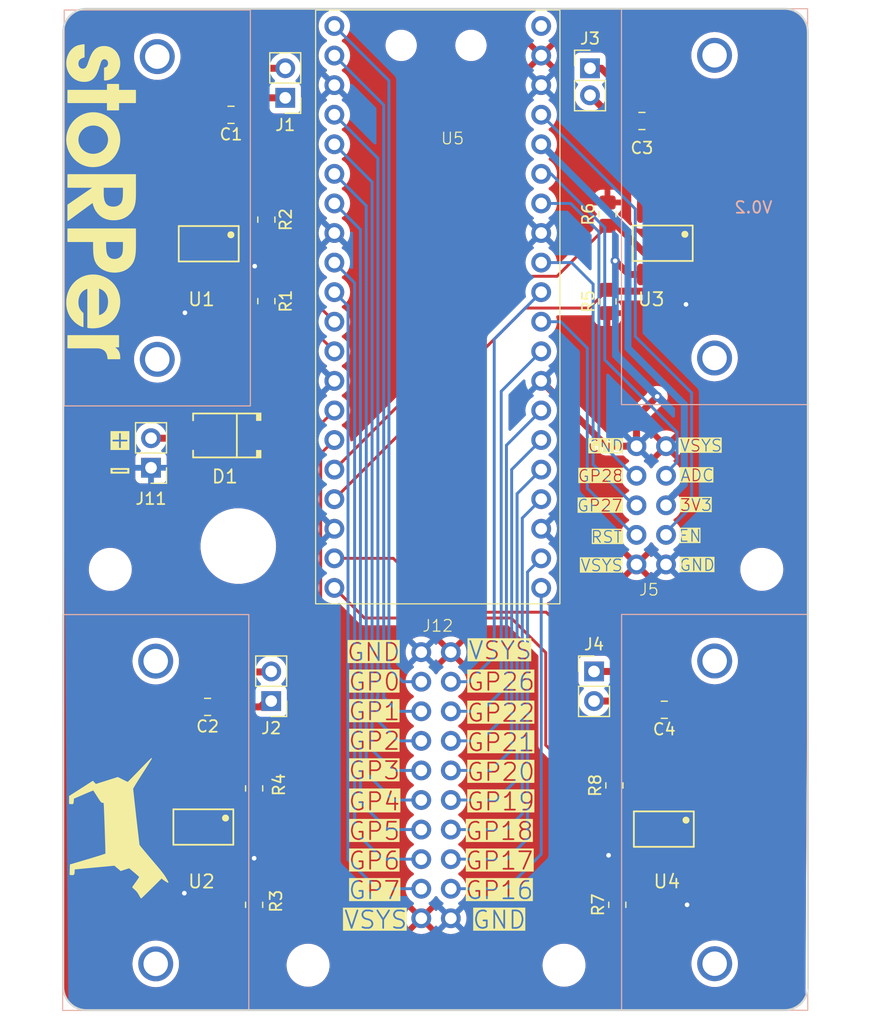
<source format=kicad_pcb>
(kicad_pcb (version 20221018) (generator pcbnew)
  (layers (0 "F.Cu" signal) (31 "B.Cu" signal) (34 "B.Paste" user) (35 "F.Paste" user) (36 "B.SilkS" user "B.Silkscreen") (37 "F.SilkS" user "F.Silkscreen") (38 "B.Mask" user) (39 "F.Mask" user) (44 "Edge.Cuts" user))
  (net 0 "")
  (net 1 "Net-(J1-Pin_1)")
  (net 2 "Net-(J1-Pin_2)")
  (net 3 "Net-(J2-Pin_1)")
  (net 4 "Net-(J2-Pin_2)")
  (net 5 "Net-(J3-Pin_1)")
  (net 6 "Net-(J3-Pin_2)")
  (net 7 "Net-(J4-Pin_1)")
  (net 8 "Net-(J4-Pin_2)")
  (net 9 "VBUS")
  (net 10 "/B1")
  (net 11 "/A1")
  (net 12 "/B2")
  (net 13 "/A2")
  (net 14 "/B3")
  (net 15 "/A3")
  (net 16 "/B4")
  (net 17 "/A4")
  (net 18 "GND")
  (net 19 "/ADC_Vref")
  (net 20 "/3V3")
  (net 21 "/3V3_en")
  (net 22 "/reset")
  (net 23 "/gp0")
  (net 24 "/gp1")
  (net 25 "/gp2")
  (net 26 "/gp3")
  (net 27 "/gp4")
  (net 28 "/gp5")
  (net 29 "/gp6")
  (net 30 "/gp7")
  (net 31 "/gp28")
  (net 32 "/gp27")
  (net 33 "/gp26")
  (net 34 "/gp22")
  (net 35 "/gp21")
  (net 36 "/gp20")
  (net 37 "/gp19")
  (net 38 "/gp18")
  (net 39 "/gp17")
  (net 40 "/gp16")
  (net 41 "VSS")
  (net 42 "+BATT")
  (footprint "MountingHole:MountingHole_2.2mm_M2" (layer "F.Cu") (at 207.962 63.0375)
    (fp_text reference "REF**" hide)
    (fp_text value "MountingHole_2.2mm_M2")
  )
  (footprint "Resistor_SMD:R_0805_2012Metric_Pad1.20x1.40mm_HandSolder" (layer "F.Cu") (at 195.325 126.85 90)
    (fp_text reference "R4")
    (fp_text value "10k")
  )
  (footprint "CDOG:stoRPer_breakout" (layer "F.Cu") (at 210.962 124.0375)
    (fp_text reference "J12")
    (fp_text value "Conn_02x10_Counter_Clockwise")
  )
  (footprint "Resistor_SMD:R_0805_2012Metric_Pad1.20x1.40mm_HandSolder" (layer "F.Cu") (at 226.292 126.5975 90)
    (fp_text reference "R8")
    (fp_text value "10k")
  )
  (footprint "Connector_PinHeader_2.54mm:PinHeader_1x02_P2.54mm_Vertical" (layer "F.Cu") (at 196.792 119.3475 180)
    (fp_text reference "J2")
    (fp_text value "Conn_01x02_Pin")
  )
  (footprint "MountingHole:MountingHole_3.2mm_M3" (layer "F.Cu") (at 221.962 142.0375)
    (fp_text reference "REF**" hide)
    (fp_text value "MountingHole_3.2mm_M3")
  )
  (footprint "MountingHole:MountingHole_3.2mm_M3" (layer "F.Cu") (at 199.962 142.0375)
    (fp_text reference "REF**" hide)
    (fp_text value "MountingHole_3.2mm_M3")
  )
  (footprint "Capacitor_SMD:C_0805_2012Metric_Pad1.18x1.45mm_HandSolder" (layer "F.Cu") (at 230.5795 120.0975 180)
    (fp_text reference "C4")
    (fp_text value "0.1uF")
  )
  (footprint "CDOG:N20_Clamp_Mount" (layer "F.Cu") (at 187 77 90)
    (fp_text reference "REF**" hide)
    (fp_text value "N20_Clamp_Mount")
  )
  (footprint "Capacitor_SMD:C_0805_2012Metric_Pad1.18x1.45mm_HandSolder" (layer "F.Cu") (at 228.6595 69.5295 180)
    (fp_text reference "C3")
    (fp_text value "0.1uF")
  )
  (footprint "MountingHole:MountingHole_4.3mm_M4" (layer "F.Cu") (at 193.962 106.0375)
    (fp_text reference "REF**" hide)
    (fp_text value "MountingHole_4.3mm_M4")
  )
  (footprint "Resistor_SMD:R_0805_2012Metric_Pad1.20x1.40mm_HandSolder" (layer "F.Cu") (at 225.697 77.5295 90)
    (fp_text reference "R6")
    (fp_text value "10k")
  )
  (footprint "MountingHole:MountingHole_3.2mm_M3" (layer "F.Cu") (at 182.962 108.0375)
    (fp_text reference "REF**" hide)
    (fp_text value "MountingHole_3.2mm_M3")
  )
  (footprint "CDOG:L9110S_SOP-8_L4.9-W3.9-P1.27-LS6.0-BL" (layer "F.Cu") (at 190.96 130.168 180)
    (fp_text reference "U2")
    (fp_text value "L9110_Motor_Driver" hide)
  )
  (footprint "Resistor_SMD:R_0805_2012Metric_Pad1.20x1.40mm_HandSolder" (layer "F.Cu") (at 195.325 136.85 90)
    (fp_text reference "R3")
    (fp_text value "10k")
  )
  (footprint "Connector_PinHeader_2.54mm:PinHeader_1x02_P2.54mm_Vertical" (layer "F.Cu") (at 198 67.54 180)
    (fp_text reference "J1")
    (fp_text value "Conn_01x02_Pin")
  )
  (footprint "Capacitor_SMD:C_0805_2012Metric_Pad1.18x1.45mm_HandSolder" (layer "F.Cu") (at 191.325 119.85 180)
    (fp_text reference "C2")
    (fp_text value "0.1uF")
  )
  (footprint "MountingHole:MountingHole_3.2mm_M3" (layer "F.Cu") (at 238.962 108.0375)
    (fp_text reference "REF**" hide)
    (fp_text value "MountingHole_3.2mm_M3")
  )
  (footprint "Resistor_SMD:R_0805_2012Metric_Pad1.20x1.40mm_HandSolder" (layer "F.Cu") (at 225.697 85.0295 90)
    (fp_text reference "R5")
    (fp_text value "10k")
  )
  (footprint "Connector_PinHeader_2.54mm:PinHeader_1x02_P2.54mm_Vertical" (layer "F.Cu") (at 224.542 116.8075)
    (fp_text reference "J4")
    (fp_text value "Conn_01x02_Pin")
  )
  (footprint "CDOG:Diode_Schottky_SMB(DO-214AA)" (layer "F.Cu") (at 192.823 96.5375 180)
    (fp_text reference "D1")
    (fp_text value "D" hide)
  )
  (footprint "MountingHole:MountingHole_2.2mm_M2" (layer "F.Cu") (at 213.962 63.0375)
    (fp_text reference "REF**" hide)
    (fp_text value "MountingHole_2.2mm_M2")
  )
  (footprint "CDOG:L9110S_SOP-8_L4.9-W3.9-P1.27-LS6.0-BL" (layer "F.Cu") (at 191.4215 80.0735 180)
    (fp_text reference "U1")
    (fp_text value "L9110_Motor_Driver" hide)
  )
  (footprint "CDOG:RP_Pico" (layer "F.Cu") (at 200.62 60)
    (fp_text reference "U5")
    (fp_text value "~")
  )
  (footprint "Resistor_SMD:R_0805_2012Metric_Pad1.20x1.40mm_HandSolder" (layer "F.Cu") (at 196.375 78 90)
    (fp_text reference "R2")
    (fp_text value "10k")
  )
  (footprint "CDOG:N20_Clamp_Mount" (layer "F.Cu") (at 186.865 128.92 90)
    (fp_text reference "REF**" hide)
    (fp_text value "N20_Clamp_Mount")
  )
  (footprint "CDOG:N20_Clamp_Mount" (layer "F.Cu") (at 234.912 128.9075 90)
    (fp_text reference "REF**" hide)
    (fp_text value "N20_Clamp_Mount")
  )
  (footprint "CDOG:L9110S_SOP-8_L4.9-W3.9-P1.27-LS6.0-BL" (layer "F.Cu") (at 230.447 80.0295 180)
    (fp_text reference "U3")
    (fp_text value "L9110_Motor_Driver" hide)
  )
  (footprint "Resistor_SMD:R_0805_2012Metric_Pad1.20x1.40mm_HandSolder" (layer "F.Cu") (at 196.375 85 90)
    (fp_text reference "R1")
    (fp_text value "10k")
  )
  (footprint "Resistor_SMD:R_0805_2012Metric_Pad1.20x1.40mm_HandSolder" (layer "F.Cu") (at 226.542 136.8475 90)
    (fp_text reference "R7")
    (fp_text value "10k")
  )
  (footprint "CDOG:L9110S_SOP-8_L4.9-W3.9-P1.27-LS6.0-BL" (layer "F.Cu") (at 230.542 130.3475 180)
    (fp_text reference "U4")
    (fp_text value "L9110_Motor_Driver" hide)
  )
  (footprint "CDOG:N20_Clamp_Mount" (layer "F.Cu") (at 234.902 76.8875 90)
    (fp_text reference "REF**" hide)
    (fp_text value "N20_Clamp_Mount")
  )
  (footprint "Connector_PinHeader_2.54mm:PinHeader_1x02_P2.54mm_Vertical" (layer "F.Cu") (at 186.462 99.3125 180)
    (fp_text reference "J11")
    (fp_text value "Conn_01x02_Pin")
  )
  (footprint "CDOG:StoRPer_small_breakout" (layer "F.Cu") (at 229.462 102.5375)
    (fp_text reference "J5")
    (fp_text value "Conn_02x05_Counter_Clockwise")
  )
  (footprint "Capacitor_SMD:C_0805_2012Metric_Pad1.18x1.45mm_HandSolder" (layer "F.Cu") (at 193.3375 69 180)
    (fp_text reference "C1")
    (fp_text value "0.1uF")
  )
  (footprint "Connector_PinHeader_2.54mm:PinHeader_1x02_P2.54mm_Vertical" (layer "F.Cu") (at 224.197 64.7795)
    (fp_text reference "J3")
    (fp_text value "Conn_01x02_Pin")
  )
  (gr_poly (pts (xy 183.768122 64.660077) (xy 183.762121 64.739971) (xy 183.752189 64.818991) (xy 183.738385 64.896977) (xy 183.720764 64.973768) (xy 183.699386 65.049203) (xy 183.674306 65.123121) (xy 183.645584 65.19536) (xy 183.613276 65.265761) (xy 183.577439 65.334162) (xy 183.538132 65.400403) (xy 183.495411 65.464322) (xy 183.449334 65.525758) (xy 183.399959 65.584552) (xy 183.347343 65.640541) (xy 183.291544 65.693564) (xy 183.247555 65.731826) (xy 183.203693 65.767227) (xy 183.159716 65.799845) (xy 183.115383 65.829763) (xy 183.070452 65.857061) (xy 183.024682 65.881818) (xy 182.977832 65.904117) (xy 182.92966 65.924036) (xy 182.879925 65.941656) (xy 182.828386 65.957058) (xy 182.7748 65.970323) (xy 182.718928 65.98153) (xy 182.660527 65.990761) (xy 182.599357 65.998095) (xy 182.535175 66.003613) (xy 182.467741 66.007396) (xy 182.467741 64.987449) (xy 182.509113 64.977523) (xy 182.547899 64.965414) (xy 182.566319 64.958547) (xy 182.584089 64.951144) (xy 182.601205 64.943205) (xy 182.617669 64.934736) (xy 182.633477 64.925737) (xy 182.648629 64.916213) (xy 182.663122 64.906166) (xy 182.676957 64.895599) (xy 182.69013 64.884515) (xy 182.702641 64.872916) (xy 182.714489 64.860806) (xy 182.725671 64.848188) (xy 182.736187 64.835063) (xy 182.746034 64.821436) (xy 182.755213 64.807309) (xy 182.76372 64.792685) (xy 182.771555 64.777567) (xy 182.778716 64.761957) (xy 182.785202 64.745859) (xy 182.791012 64.729275) (xy 182.796143 64.712209) (xy 182.800595 64.694663) (xy 182.804366 64.67664) (xy 182.807454 64.658143) (xy 182.809859 64.639174) (xy 182.811578 64.619738) (xy 182.812956 64.579471) (xy 182.812499 64.558305) (xy 182.811143 64.537482) (xy 182.808909 64.517025) (xy 182.805815 64.496953) (xy 182.801882 64.47729) (xy 182.79713 64.458056) (xy 182.791579 64.439274) (xy 182.78525 64.420964) (xy 182.778162 64.403148) (xy 182.770336 64.385848) (xy 182.761791 64.369085) (xy 182.752549 64.352881) (xy 182.742628 64.337257) (xy 182.732049 64.322235) (xy 182.720833 64.307837) (xy 182.708998 64.294084) (xy 182.696566 64.280997) (xy 182.683557 64.268598) (xy 182.66999 64.25691) (xy 182.655886 64.245952) (xy 182.641265 64.235747) (xy 182.626147 64.226316) (xy 182.610551 64.217682) (xy 182.594499 64.209864) (xy 182.578011 64.202886) (xy 182.561105 64.196768) (xy 182.543803 64.191533) (xy 182.526125 64.187201) (xy 182.508091 64.183794) (xy 182.48972 64.181334) (xy 182.471033 64.179842) (xy 182.452051 64.179339) (xy 182.439639 64.179568) (xy 182.427412 64.180251) (xy 182.415373 64.181382) (xy 182.403521 64.182956) (xy 182.391859 64.184966) (xy 182.380388 64.187407) (xy 182.36911 64.190274) (xy 182.358026 64.19356) (xy 182.347137 64.197259) (xy 182.336444 64.201367) (xy 182.32595 64.205877) (xy 182.315656 64.210783) (xy 182.305563 64.216081) (xy 182.295672 64.221763) (xy 182.285986 64.227824) (xy 182.276505 64.234259) (xy 182.26723 64.241062) (xy 182.258164 64.248227) (xy 182.240663 64.263619) (xy 182.224012 64.280391) (xy 182.208223 64.298496) (xy 182.193307 64.317887) (xy 182.179275 64.338521) (xy 182.16614 64.360349) (xy 182.153913 64.383327) (xy 182.124613 64.449036) (xy 182.111296 64.483178) (xy 182.096049 64.526514) (xy 182.051303 64.665776) (xy 181.973459 64.916839) (xy 181.922465 65.075217) (xy 181.869287 65.221045) (xy 181.813582 65.354645) (xy 181.755003 65.476338) (xy 181.724528 65.532821) (xy 181.693206 65.586447) (xy 181.660993 65.637257) (xy 181.627846 65.685292) (xy 181.593723 65.730592) (xy 181.558579 65.773197) (xy 181.522373 65.813147) (xy 181.48506 65.850482) (xy 181.446598 65.885243) (xy 181.406943 65.91747) (xy 181.366054 65.947203) (xy 181.323885 65.974482) (xy 181.280395 65.999347) (xy 181.23554 66.02184) (xy 181.189277 66.041999) (xy 181.141564 66.059865) (xy 181.092356 66.075479) (xy 181.041611 66.088881) (xy 180.989286 66.10011) (xy 180.935337 66.109208) (xy 180.879722 66.116213) (xy 180.822398 66.121168) (xy 180.763321 66.124111) (xy 180.702448 66.125083) (xy 180.625023 66.123098) (xy 180.548743 66.117205) (xy 180.473692 66.107493) (xy 180.399957 66.094053) (xy 180.327624 66.076975) (xy 180.25678 66.056351) (xy 180.18751 66.03227) (xy 180.119901 66.004823) (xy 180.054038 65.9741) (xy 179.990009 65.940193) (xy 179.927899 65.903191) (xy 179.867795 65.863186) (xy 179.809782 65.820267) (xy 179.753947 65.774525) (xy 179.700377 65.72605) (xy 179.649156 65.674934) (xy 179.600372 65.621266) (xy 179.554111 65.565138) (xy 179.510459 65.506639) (xy 179.469501 65.44586) (xy 179.431325 65.382892) (xy 179.396016 65.317825) (xy 179.363661 65.250749) (xy 179.334346 65.181756) (xy 179.308157 65.110935) (xy 179.28518 65.038378) (xy 179.265502 64.964174) (xy 179.249208 64.888414) (xy 179.236385 64.81119) (xy 179.227119 64.73259) (xy 179.221496 64.652706) (xy 179.219602 64.571628) (xy 179.222249 64.473477) (xy 179.230114 64.376327) (xy 179.243082 64.28044) (xy 179.261038 64.186083) (xy 179.283866 64.093518) (xy 179.311453 64.00301) (xy 179.343683 63.914824) (xy 179.38044 63.829224) (xy 179.421611 63.746474) (xy 179.467081 63.666838) (xy 179.516733 63.590581) (xy 179.570455 63.517968) (xy 179.628129 63.449262) (xy 179.689642 63.384728) (xy 179.754879 63.32463) (xy 179.823724 63.269233) (xy 179.866434 63.238046) (xy 179.90943 63.209134) (xy 179.953001 63.182383) (xy 179.997434 63.157677) (xy 180.043017 63.134902) (xy 180.090035 63.113943) (xy 180.138778 63.094684) (xy 180.189532 63.077012) (xy 180.242584 63.060811) (xy 180.298223 63.045966) (xy 180.356734 63.032362) (xy 180.418407 63.019885) (xy 180.483527 63.008419) (xy 180.552382 62.99785) (xy 180.702448 62.978942) (xy 180.702448 64.030265) (xy 180.635776 64.050232) (xy 180.573988 64.071946) (xy 180.517005 64.095499) (xy 180.49029 64.107994) (xy 180.464745 64.120982) (xy 180.440362 64.134477) (xy 180.417129 64.148489) (xy 180.395036 64.163029) (xy 180.374075 64.178109) (xy 180.354234 64.193741) (xy 180.335503 64.209937) (xy 180.317873 64.226707) (xy 180.301333 64.244063) (xy 180.285874 64.262016) (xy 180.271484 64.280579) (xy 180.258156 64.299762) (xy 180.245877 64.319578) (xy 180.234638 64.340037) (xy 180.224429 64.361151) (xy 180.215241 64.382931) (xy 180.207062 64.40539) (xy 180.199883 64.428538) (xy 180.193694 64.452388) (xy 180.188485 64.47695) (xy 180.184245 64.502236) (xy 180.180965 64.528257) (xy 180.178635 64.555026) (xy 180.176782 64.61085) (xy 180.177307 64.636361) (xy 180.178868 64.66139) (xy 180.181443 64.685916) (xy 180.185011 64.709918) (xy 180.18955 64.733374) (xy 180.195039 64.756263) (xy 180.201455 64.778563) (xy 180.208779 64.800252) (xy 180.216987 64.821309) (xy 180.226058 64.841712) (xy 180.235971 64.86144) (xy 180.246705 64.880471) (xy 180.258237 64.898784) (xy 180.270547 64.916358) (xy 180.283612 64.933169) (xy 180.297412 64.949198) (xy 180.311924 64.964423) (xy 180.327126 64.978821) (xy 180.342999 64.992372) (xy 180.359519 65.005053) (xy 180.376666 65.016844) (xy 180.394417 65.027723) (xy 180.412752 65.037668) (xy 180.431648 65.046657) (xy 180.451084 65.05467) (xy 180.47104 65.061684) (xy 180.491492 65.067678) (xy 180.512419 65.072631) (xy 180.533801 65.076521) (xy 180.555615 65.079326) (xy 180.57784 65.081024) (xy 180.600454 65.081595) (xy 180.613624 65.081389) (xy 180.626654 65.080772) (xy 180.63954 65.079747) (xy 180.652279 65.078316) (xy 180.664869 65.076483) (xy 180.677306 65.074251) (xy 180.689589 65.071623) (xy 180.701713 65.068601) (xy 180.713677 65.065188) (xy 180.725476 65.061387) (xy 180.737109 65.057201) (xy 180.748573 65.052633) (xy 180.759864 65.047686) (xy 180.77098 65.042362) (xy 180.781918 65.036665) (xy 180.792674 65.030597) (xy 180.803247 65.024162) (xy 180.813633 65.017361) (xy 180.82383 65.010199) (xy 180.833834 65.002677) (xy 180.843642 64.994799) (xy 180.853253 64.986568) (xy 180.862662 64.977986) (xy 180.871867 64.969057) (xy 180.889655 64.950167) (xy 180.906591 64.92992) (xy 180.922655 64.908341) (xy 180.937822 64.885451) (xy 180.962064 64.846744) (xy 180.98318 64.809691) (xy 181.003192 64.769329) (xy 181.024125 64.720692) (xy 181.047999 64.658815) (xy 181.076839 64.578733) (xy 181.157503 64.344096) (xy 181.21281 64.187011) (xy 181.27007 64.042143) (xy 181.329584 63.909204) (xy 181.391648 63.787907) (xy 181.423731 63.731535) (xy 181.456563 63.677965) (xy 181.490183 63.627163) (xy 181.524627 63.579091) (xy 181.559934 63.533714) (xy 181.596139 63.490997) (xy 181.633282 63.450902) (xy 181.671398 63.413395) (xy 181.710526 63.37844) (xy 181.750702 63.346) (xy 181.791964 63.316039) (xy 181.83435 63.288522) (xy 181.877897 63.263413) (xy 181.922642 63.240676) (xy 181.968622 63.220275) (xy 182.015875 63.202173) (xy 182.064438 63.186336) (xy 182.114349 63.172727) (xy 182.165645 63.16131) (xy 182.218363 63.152049) (xy 182.27254 63.144909) (xy 182.328215 63.139853) (xy 182.385424 63.136846) (xy 182.444204 63.135852) (xy 182.513585 63.137677) (xy 182.581924 63.1431) (xy 182.649146 63.15204) (xy 182.715173 63.164415) (xy 182.779931 63.180147) (xy 182.843343 63.199155) (xy 182.905333 63.221357) (xy 182.965824 63.246674) (xy 183.02474 63.275024) (xy 183.082006 63.306329) (xy 183.137545 63.340507) (xy 183.191282 63.377477) (xy 183.243139 63.41716) (xy 183.293041 63.459475) (xy 183.340911 63.504341) (xy 183.386675 63.551678) (xy 183.430254 63.601405) (xy 183.471574 63.653443) (xy 183.510558 63.70771) (xy 183.547129 63.764126) (xy 183.581213 63.822611) (xy 183.612732 63.883084) (xy 183.641611 63.945465) (xy 183.667773 64.009674) (xy 183.691142 64.075629) (xy 183.711643 64.143251) (xy 183.729198 64.212458) (xy 183.743733 64.283172) (xy 183.75517 64.35531) (xy 183.763433 64.428793) (xy 183.768447 64.50354) (xy 183.770136 64.579471)) (stroke (width 0.091941)) (fill solid) (layer "F.SilkS"))
  (gr_poly (pts (xy 185.118759 80.377968) (xy 185.116183 80.508221) (xy 185.111791 80.630728) (xy 185.105502 80.745938) (xy 185.097237 80.854298) (xy 185.086915 80.956256) (xy 185.074455 81.052261) (xy 185.059777 81.142761) (xy 185.0428 81.228204) (xy 185.023445 81.309039) (xy 185.00163 81.385713) (xy 184.977274 81.458675) (xy 184.950299 81.528373) (xy 184.920623 81.595255) (xy 184.888165 81.65977) (xy 184.852846 81.722365) (xy 184.792654 81.813925) (xy 184.726946 81.900244) (xy 184.655905 81.98123) (xy 184.579716 82.056791) (xy 184.498561 82.126836) (xy 184.412626 82.191272) (xy 184.322093 82.250008) (xy 184.227147 82.302952) (xy 184.127972 82.350011) (xy 184.024751 82.391094) (xy 183.917669 82.426109) (xy 183.806909 82.454964) (xy 183.692656 82.477566) (xy 183.575092 82.493825) (xy 183.454402 82.503647) (xy 183.33077 82.506942) (xy 183.206788 82.503567) (xy 183.085115 82.493549) (xy 182.96604 82.477049) (xy 182.84985 82.454229) (xy 182.736832 82.425248) (xy 182.627273 82.390268) (xy 182.52146 82.349449) (xy 182.419682 82.302953) (xy 182.322225 82.250941) (xy 182.229377 82.193573) (xy 182.184771 82.162931) (xy 182.141424 82.13101) (xy 182.099374 82.097831) (xy 182.058655 82.063413) (xy 182.019304 82.027778) (xy 181.981357 81.990944) (xy 181.944849 81.952932) (xy 181.909816 81.913762) (xy 181.876295 81.873454) (xy 181.844321 81.832029) (xy 181.81393 81.789506) (xy 181.785158 81.745906) (xy 181.749928 81.684852) (xy 181.71772 81.621936) (xy 181.688432 81.556584) (xy 181.661959 81.488221) (xy 181.638198 81.416272) (xy 181.617045 81.340163) (xy 181.598398 81.259319) (xy 181.582153 81.173165) (xy 181.568206 81.081127) (xy 181.556455 80.98263) (xy 181.546795 80.877099) (xy 181.539123 80.76396) (xy 181.529331 80.51256) (xy 181.526251 80.22383) (xy 181.526251 79.878619) (xy 179.321596 79.878619) (xy 179.321596 78.803752) (xy 184.09181 78.803749) (xy 184.09181 79.878619) (xy 182.554044 79.878619) (xy 182.554044 80.192451) (xy 182.554594 80.270328) (xy 182.556236 80.345091) (xy 182.558958 80.41675) (xy 182.562749 80.485318) (xy 182.567597 80.550806) (xy 182.573491 80.613225) (xy 182.580419 80.672587) (xy 182.58837 80.728904) (xy 182.597333 80.782186) (xy 182.607295 80.832446) (xy 182.618246 80.879695) (xy 182.630174 80.923944) (xy 182.643066 80.965205) (xy 182.656913 81.003489) (xy 182.671702 81.038808) (xy 182.687422 81.071174) (xy 182.712054 81.112634) (xy 182.738847 81.15167) (xy 182.767755 81.188245) (xy 182.798732 81.222327) (xy 182.831732 81.253881) (xy 182.866708 81.282871) (xy 182.903615 81.309264) (xy 182.942407 81.333026) (xy 182.983038 81.35412) (xy 183.025461 81.372515) (xy 183.069632 81.388173) (xy 183.115504 81.401062) (xy 183.16303 81.411147) (xy 183.212166 81.418393) (xy 183.262865 81.422766) (xy 183.31508 81.424232) (xy 183.348659 81.423682) (xy 183.381714 81.42204) (xy 183.414225 81.419318) (xy 183.446175 81.415528) (xy 183.477545 81.41068) (xy 183.508315 81.404786) (xy 183.538468 81.397858) (xy 183.567984 81.389907) (xy 183.596845 81.380944) (xy 183.625032 81.370982) (xy 183.652527 81.360031) (xy 183.679311 81.348103) (xy 183.705365 81.33521) (xy 183.730671 81.321364) (xy 183.755209 81.306574) (xy 183.778962 81.290854) (xy 183.80191 81.274214) (xy 183.824035 81.256667) (xy 183.845318 81.238223) (xy 183.86574 81.218894) (xy 183.885284 81.198691) (xy 183.903929 81.177627) (xy 183.921658 81.155712) (xy 183.938451 81.132958) (xy 183.954291 81.109377) (xy 183.969158 81.08498) (xy 183.983034 81.059778) (xy 183.9959 81.033783) (xy 184.007737 81.007006) (xy 184.018527 80.97946) (xy 184.028251 80.951155) (xy 184.03689 80.922103) (xy 184.050513 80.85995) (xy 184.062021 80.79559) (xy 184.071507 80.726818) (xy 184.079061 80.651425) (xy 184.084777 80.567206) (xy 184.088745 80.471954) (xy 184.091059 80.363462) (xy 184.09181 80.239524) (xy 184.09181 79.878619) (xy 184.09181 78.803749) (xy 185.1196 78.803748) (xy 185.1196 80.23952)) (stroke (width 0.091941)) (fill solid) (layer "F.SilkS"))
  (gr_poly (pts (xy 182.765882 89.944713) (xy 182.762689 89.886745) (xy 182.757528 89.830533) (xy 182.750411 89.776089) (xy 182.741348 89.723422) (xy 182.730348 89.672542) (xy 182.717422 89.62346) (xy 182.702579 89.576184) (xy 182.68583 89.530726) (xy 182.667184 89.487096) (xy 182.646653 89.445303) (xy 182.624245 89.405357) (xy 182.599971 89.367269) (xy 182.573841 89.331048) (xy 182.545865 89.296705) (xy 182.516053 89.26425) (xy 182.484415 89.233692) (xy 182.450961 89.205042) (xy 182.415701 89.178311) (xy 182.378646 89.153507) (xy 182.339805 89.13064) (xy 182.299188 89.109722) (xy 182.256806 89.090762) (xy 182.212668 89.07377) (xy 182.166785 89.058757) (xy 182.119166 89.045731) (xy 182.069822 89.034704) (xy 182.018763 89.025685) (xy 181.965998 89.018684) (xy 181.911538 89.013712) (xy 181.855394 89.010778) (xy 181.797573 89.009892) (xy 181.738088 89.011066) (xy 179.3216 89.011066) (xy 179.3216 87.967578) (xy 183.668142 87.967578) (xy 183.668142 88.924762) (xy 183.24447 88.924762) (xy 183.316314 88.975676) (xy 183.38194 89.025716) (xy 183.441567 89.075296) (xy 183.495412 89.12483) (xy 183.543696 89.174732) (xy 183.586635 89.225416) (xy 183.624448 89.277294) (xy 183.657354 89.330782) (xy 183.68557 89.386292) (xy 183.709316 89.444239) (xy 183.72881 89.505035) (xy 183.744269 89.569096) (xy 183.755913 89.636834) (xy 183.76396 89.708664) (xy 183.768628 89.784999) (xy 183.770136 89.866252) (xy 183.770136 89.944713)) (stroke (width 0.091941)) (fill solid) (layer "F.SilkS"))
  (gr_poly (pts (xy 183.767255 85.169302) (xy 183.758702 85.287503) (xy 183.74459 85.40346) (xy 183.725034 85.517062) (xy 183.700151 85.628199) (xy 183.670058 85.73676) (xy 183.634871 85.842635) (xy 183.594706 85.945712) (xy 183.549679 86.045882) (xy 183.499908 86.143034) (xy 183.445507 86.237056) (xy 183.386595 86.32784) (xy 183.323286 86.415273) (xy 183.255697 86.499245) (xy 183.183946 86.579646) (xy 183.108147 86.656365) (xy 183.028418 86.729291) (xy 182.944875 86.798314) (xy 182.857634 86.863323) (xy 182.766812 86.924207) (xy 182.672524 86.980857) (xy 182.574888 87.033161) (xy 182.474019 87.081008) (xy 182.370035 87.124289) (xy 182.263051 87.162892) (xy 182.153183 87.196707) (xy 182.040549 87.225623) (xy 181.925264 87.24953) (xy 181.807445 87.268316) (xy 181.687208 87.281872) (xy 181.56467 87.290087) (xy 181.439947 87.29285) (xy 181.383801 87.292451) (xy 181.332068 87.291133) (xy 181.283278 87.288711) (xy 181.235958 87.285002) (xy 181.188638 87.279822) (xy 181.139847 87.272987) (xy 181.088115 87.264314) (xy 181.031969 87.253619) (xy 181.031965 83.887797) (xy 180.935734 83.915156) (xy 180.889403 83.931656) (xy 180.844295 83.949996) (xy 180.800434 83.970146) (xy 180.757845 83.992076) (xy 180.716551 84.015756) (xy 180.676577 84.041156) (xy 180.600688 84.096993) (xy 180.530373 84.159347) (xy 180.465828 84.227976) (xy 180.407247 84.302639) (xy 180.354827 84.383094) (xy 180.308762 84.4691) (xy 180.269248 84.560416) (xy 180.23648 84.656801) (xy 180.210653 84.758012) (xy 180.191964 84.863809) (xy 180.180608 84.973951) (xy 180.176778 85.088195) (xy 180.178177 85.167125) (xy 180.182448 85.242275) (xy 180.189708 85.313907) (xy 180.200071 85.382287) (xy 180.213651 85.447679) (xy 180.230565 85.510348) (xy 180.250926 85.570556) (xy 180.274851 85.62857) (xy 180.302452 85.684653) (xy 180.333847 85.73907) (xy 180.369149 85.792084) (xy 180.408473 85.84396) (xy 180.451935 85.894963) (xy 180.499649 85.945357) (xy 180.55173 85.995406) (xy 180.608293 86.045375) (xy 180.608293 87.183009) (xy 180.567547 87.169306) (xy 180.527629 87.154661) (xy 180.488446 87.139049) (xy 180.449907 87.12245) (xy 180.411919 87.104839) (xy 180.374391 87.086193) (xy 180.337231 87.06649) (xy 180.300347 87.045707) (xy 180.263647 87.02382) (xy 180.227038 87.000808) (xy 180.19043 86.976646) (xy 180.15373 86.951311) (xy 180.116846 86.924782) (xy 180.079686 86.897035) (xy 180.004171 86.837794) (xy 179.908733 86.751264) (xy 179.819536 86.662262) (xy 179.736567 86.570708) (xy 179.659817 86.476523) (xy 179.589272 86.379626) (xy 179.524922 86.279935) (xy 179.466755 86.177372) (xy 179.41476 86.071855) (xy 179.368925 85.963303) (xy 179.329239 85.851637) (xy 179.29569 85.736777) (xy 179.268266 85.61864) (xy 179.246957 85.497148) (xy 179.23175 85.372219) (xy 179.222634 85.243774) (xy 179.219598 85.111732) (xy 179.222473 84.988322) (xy 179.231011 84.866792) (xy 179.245082 84.747277) (xy 179.264558 84.629909) (xy 179.289309 84.514822) (xy 179.319206 84.402151) (xy 179.35412 84.292028) (xy 179.393921 84.184587) (xy 179.43848 84.079962) (xy 179.487668 83.978286) (xy 179.541355 83.879693) (xy 179.599412 83.784316) (xy 179.66171 83.69229) (xy 179.72812 83.603747) (xy 179.798512 83.518822) (xy 179.872757 83.437648) (xy 179.950725 83.360358) (xy 180.032288 83.287087) (xy 180.117316 83.217967) (xy 180.20568 83.153132) (xy 180.29725 83.092717) (xy 180.391898 83.036854) (xy 180.489493 82.985677) (xy 180.589907 82.93932) (xy 180.69301 82.897917) (xy 180.798673 82.8616) (xy 180.906768 82.830504) (xy 181.017163 82.804763) (xy 181.129731 82.784509) (xy 181.244341 82.769876) (xy 181.360865 82.760999) (xy 181.479173 82.75801) (xy 181.598262 82.760952) (xy 181.715651 82.769689) (xy 181.831204 82.784082) (xy 181.944785 82.803997) (xy 181.949922 82.805163) (xy 181.949922 83.856414) (xy 181.949922 86.265056) (xy 182.051413 86.236663) (xy 182.14694 86.20157) (xy 182.236421 86.15988) (xy 182.278869 86.136594) (xy 182.319776 86.111697) (xy 182.359132 86.085202) (xy 182.396925 86.057123) (xy 182.433148 86.027473) (xy 182.467788 85.996263) (xy 182.500837 85.963508) (xy 182.532284 85.92922) (xy 182.562119 85.893413) (xy 182.590332 85.856098) (xy 182.616913 85.817289) (xy 182.641853 85.776999) (xy 182.66514 85.735241) (xy 182.686765 85.692027) (xy 182.724988 85.601286) (xy 182.756442 85.504879) (xy 182.781046 85.402909) (xy 182.79872 85.29548) (xy 182.809383 85.182695) (xy 182.812956 85.064658) (xy 182.812083 85.007127) (xy 182.809469 84.950757) (xy 182.80512 84.89556) (xy 182.799042 84.841545) (xy 182.791239 84.788727) (xy 182.781718 84.737114) (xy 182.770485 84.686721) (xy 182.757545 84.637556) (xy 182.742904 84.589633) (xy 182.726568 84.542963) (xy 182.708543 84.497557) (xy 182.688834 84.453427) (xy 182.667446 84.410583) (xy 182.644387 84.369039) (xy 182.619661 84.328805) (xy 182.593275 84.289892) (xy 182.565233 84.252312) (xy 182.535543 84.216077) (xy 182.504208 84.181199) (xy 182.471237 84.147688) (xy 182.436633 84.115556) (xy 182.400403 84.084814) (xy 182.362552 84.055475) (xy 182.323087 84.027549) (xy 182.282012 84.001049) (xy 182.239335 83.975985) (xy 182.195059 83.952369) (xy 182.149193 83.930213) (xy 182.10174 83.909528) (xy 182.052706 83.890325) (xy 182.002099 83.872617) (xy 181.949922 83.856414) (xy 181.949922 82.805163) (xy 182.056257 82.829295) (xy 182.165483 82.859842) (xy 182.272328 82.8955) (xy 182.376654 82.936133) (xy 182.478325 82.981605) (xy 182.577205 83.031778) (xy 182.673157 83.086518) (xy 182.766045 83.145686) (xy 182.855732 83.209146) (xy 182.942082 83.276763) (xy 183.024958 83.348399) (xy 183.104224 83.423919) (xy 183.179744 83.503185) (xy 183.25138 83.586061) (xy 183.318997 83.672411) (xy 183.382457 83.762098) (xy 183.441625 83.854986) (xy 183.496364 83.950938) (xy 183.546538 84.049818) (xy 183.592009 84.151489) (xy 183.632642 84.255815) (xy 183.6683 84.36266) (xy 183.698847 84.471886) (xy 183.724145 84.583358) (xy 183.74406 84.696938) (xy 183.758453 84.812491) (xy 183.767189 84.92988) (xy 183.770132 85.048968)) (stroke (width 0.091941)) (fill solid) (layer "F.SilkS"))
  (gr_poly (pts (xy 185.118292 75.958792) (xy 185.114256 76.094707) (xy 185.107346 76.222785) (xy 185.097414 76.343518) (xy 185.084311 76.457402) (xy 185.067885 76.564931) (xy 185.047989 76.666598) (xy 185.024472 76.762898) (xy 184.997186 76.854325) (xy 184.965981 76.941373) (xy 184.930708 77.024536) (xy 184.891216 77.10431) (xy 184.847358 77.181187) (xy 184.798983 77.255662) (xy 184.745942 77.328229) (xy 184.688085 77.399383) (xy 184.623003 77.472196) (xy 184.554324 77.540561) (xy 184.482128 77.604444) (xy 184.406496 77.66381) (xy 184.327508 77.718625) (xy 184.245244 77.768854) (xy 184.159786 77.814463) (xy 184.071213 77.855418) (xy 183.979606 77.891683) (xy 183.885045 77.923225) (xy 183.787611 77.950009) (xy 183.687385 77.972001) (xy 183.584446 77.989165) (xy 183.478875 78.001468) (xy 183.370753 78.008875) (xy 183.26016 78.011352) (xy 183.15277 78.009051) (xy 183.04831 78.002142) (xy 182.946769 77.990613) (xy 182.848136 77.974452) (xy 182.752399 77.953648) (xy 182.659547 77.92819) (xy 182.569568 77.898065) (xy 182.482451 77.863263) (xy 182.398184 77.823772) (xy 182.316756 77.779581) (xy 182.238155 77.730677) (xy 182.16237 77.67705) (xy 182.089388 77.618688) (xy 182.0192 77.555579) (xy 181.951793 77.487712) (xy 181.887155 77.415076) (xy 181.848694 77.368306) (xy 181.812635 77.321893) (xy 181.778806 77.275456) (xy 181.747034 77.228617) (xy 181.717147 77.180997) (xy 181.688972 77.132215) (xy 181.662337 77.081894) (xy 181.63707 77.029654) (xy 181.612999 76.975115) (xy 181.58995 76.917898) (xy 181.567752 76.857624) (xy 181.546231 76.793913) (xy 181.525217 76.726387) (xy 181.504536 76.654666) (xy 181.463484 76.497123) (xy 179.321596 78.066257) (xy 179.321596 76.740325) (xy 181.54194 75.218249) (xy 179.321596 75.218249) (xy 179.321596 74.143382) (xy 184.09181 74.143417) (xy 184.09181 75.218249) (xy 182.350053 75.218249) (xy 182.350053 75.743915) (xy 182.353199 75.894271) (xy 182.357152 75.965301) (xy 182.362711 76.033595) (xy 182.36989 76.099176) (xy 182.378705 76.162069) (xy 182.389169 76.222295) (xy 182.401296 76.279877) (xy 182.415101 76.33484) (xy 182.430599 76.387205) (xy 182.447803 76.436995) (xy 182.466728 76.484235) (xy 182.487389 76.528945) (xy 182.509799 76.571151) (xy 182.533974 76.610874) (xy 182.559927 76.648137) (xy 182.587673 76.682964) (xy 182.617226 76.715378) (xy 182.648601 76.745401) (xy 182.681811 76.773056) (xy 182.716873 76.798367) (xy 182.753798 76.821356) (xy 182.792603 76.842047) (xy 182.833302 76.860463) (xy 182.875908 76.876625) (xy 182.920436 76.890558) (xy 182.966901 76.902285) (xy 183.015317 76.911828) (xy 183.065698 76.91921) (xy 183.118059 76.924454) (xy 183.172414 76.927584) (xy 183.228777 76.928622) (xy 183.281086 76.927519) (xy 183.332074 76.924209) (xy 183.381706 76.918692) (xy 183.429947 76.910969) (xy 183.476762 76.901039) (xy 183.522119 76.888903) (xy 183.565981 76.87456) (xy 183.608314 76.85801) (xy 183.649085 76.839254) (xy 183.688258 76.818291) (xy 183.725799 76.795121) (xy 183.761674 76.769745) (xy 183.795847 76.742162) (xy 183.828286 76.712373) (xy 183.858955 76.680377) (xy 183.887819 76.646175) (xy 183.914676 76.612585) (xy 183.939384 76.576422) (xy 183.962 76.5375) (xy 183.982582 76.495636) (xy 184.001187 76.450646) (xy 184.017873 76.402346) (xy 184.032696 76.350552) (xy 184.045716 76.29508) (xy 184.056989 76.235746) (xy 184.066572 76.172368) (xy 184.074523 76.104759) (xy 184.080899 76.032738) (xy 184.085759 75.956119) (xy 184.089159 75.874719) (xy 184.09181 75.696841) (xy 184.09181 75.218249) (xy 184.09181 74.143417) (xy 185.119604 74.143424) (xy 185.119604 75.814544)) (stroke (width 0.091941)) (fill solid) (layer "F.SilkS"))
  (gr_poly (pts (xy 183.770128 71.122821) (xy 183.767185 71.244761) (xy 183.758446 71.364823) (xy 183.744043 71.482877) (xy 183.724111 71.598792) (xy 183.698783 71.712437) (xy 183.668193 71.823681) (xy 183.632474 71.932394) (xy 183.59176 72.038445) (xy 183.546185 72.141703) (xy 183.495881 72.242038) (xy 183.440984 72.339319) (xy 183.381626 72.433414) (xy 183.317941 72.524194) (xy 183.250062 72.611528) (xy 183.178124 72.695284) (xy 183.102259 72.775333) (xy 183.022602 72.851542) (xy 182.939286 72.923783) (xy 182.852444 72.991924) (xy 182.762211 73.055833) (xy 182.668719 73.115381) (xy 182.572103 73.170437) (xy 182.472496 73.22087) (xy 182.370031 73.26655) (xy 182.264842 73.307345) (xy 182.157064 73.343124) (xy 182.046829 73.373758) (xy 181.93427 73.399115) (xy 181.819523 73.419065) (xy 181.702719 73.433477) (xy 181.583994 73.44222) (xy 181.46348 73.445163) (xy 181.349358 73.442108) (xy 181.236582 73.433048) (xy 181.125299 73.418134) (xy 181.01566 73.397521) (xy 180.907814 73.371364) (xy 180.80191 73.339814) (xy 180.698097 73.303027) (xy 180.596526 73.261156) (xy 180.497345 73.214354) (xy 180.400704 73.162775) (xy 180.306753 73.106574) (xy 180.21564 73.045903) (xy 180.127515 72.980917) (xy 180.042528 72.911769) (xy 179.960828 72.838613) (xy 179.882564 72.761602) (xy 179.807886 72.680891) (xy 179.736943 72.596633) (xy 179.669884 72.508981) (xy 179.606859 72.41809) (xy 179.548018 72.324113) (xy 179.49351 72.227204) (xy 179.443484 72.127517) (xy 179.398089 72.025205) (xy 179.357476 71.920422) (xy 179.321792 71.813322) (xy 179.291189 71.704059) (xy 179.265815 71.592785) (xy 179.245819 71.479656) (xy 179.231352 71.364824) (xy 179.222562 71.248443) (xy 179.219598 71.130668) (xy 179.222563 71.012224) (xy 179.231359 70.895307) (xy 179.245845 70.780061) (xy 179.265876 70.666635) (xy 179.291309 70.555173) (xy 179.321999 70.445824) (xy 179.357804 70.338732) (xy 179.39858 70.234046) (xy 179.444182 70.131911) (xy 179.494468 70.032474) (xy 179.549293 69.935882) (xy 179.608514 69.84228) (xy 179.671988 69.751816) (xy 179.739571 69.664636) (xy 179.811118 69.580887) (xy 179.886487 69.500714) (xy 179.965533 69.424266) (xy 180.048114 69.351687) (xy 180.134084 69.283126) (xy 180.223302 69.218728) (xy 180.315623 69.158639) (xy 180.410902 69.103007) (xy 180.508998 69.051977) (xy 180.609766 69.005697) (xy 180.713062 68.964313) (xy 180.818743 68.927972) (xy 180.926665 68.896819) (xy 181.036684 68.871002) (xy 181.148658 68.850667) (xy 181.262441 68.83596) (xy 181.377891 68.827029) (xy 181.494863 68.82402) (xy 181.510561 68.824426) (xy 181.510561 69.875304) (xy 181.441157 69.876924) (xy 181.372752 69.881733) (xy 181.305424 69.889656) (xy 181.239253 69.900619) (xy 181.174317 69.914547) (xy 181.110696 69.931366) (xy 181.048468 69.951001) (xy 180.987713 69.973376) (xy 180.92851 69.998418) (xy 180.870937 70.026052) (xy 180.815073 70.056202) (xy 180.760999 70.088795) (xy 180.708791 70.123755) (xy 180.658531 70.161008) (xy 180.610296 70.200479) (xy 180.564165 70.242093) (xy 180.520219 70.285776) (xy 180.478534 70.331453) (xy 180.439192 70.37905) (xy 180.40227 70.428491) (xy 180.367848 70.479702) (xy 180.336005 70.532608) (xy 180.306819 70.587134) (xy 180.28037 70.643207) (xy 180.256737 70.70075) (xy 180.235999 70.75969) (xy 180.218234 70.819951) (xy 180.203522 70.88146) (xy 180.191942 70.94414) (xy 180.183573 71.007919) (xy 180.178493 71.07272) (xy 180.176782 71.138469) (xy 180.178493 71.202815) (xy 180.183569 71.266345) (xy 180.191929 71.328978) (xy 180.203492 71.390635) (xy 180.218174 71.451234) (xy 180.235896 71.510696) (xy 180.256573 71.568939) (xy 180.280126 71.625884) (xy 180.306471 71.68145) (xy 180.335527 71.735556) (xy 180.367212 71.788122) (xy 180.401444 71.839067) (xy 180.438141 71.888312) (xy 180.477222 71.935775) (xy 180.518604 71.981377) (xy 180.562205 72.025036) (xy 180.607944 72.066672) (xy 180.655739 72.106206) (xy 180.705508 72.143555) (xy 180.757169 72.178641) (xy 180.81064 72.211382) (xy 180.865839 72.241698) (xy 180.922684 72.269509) (xy 180.981094 72.294734) (xy 181.040987 72.317292) (xy 181.10228 72.337104) (xy 181.164892 72.354088) (xy 181.228741 72.368165) (xy 181.293744 72.379254) (xy 181.359821 72.387274) (xy 181.426889 72.392145) (xy 181.494867 72.393787) (xy 181.562845 72.392145) (xy 181.629913 72.387272) (xy 181.69599 72.379247) (xy 181.760994 72.36815) (xy 181.824842 72.354059) (xy 181.887454 72.337053) (xy 181.948747 72.31721) (xy 182.00864 72.294612) (xy 182.06705 72.269335) (xy 182.123895 72.24146) (xy 182.179094 72.211064) (xy 182.232565 72.178228) (xy 182.284226 72.14303) (xy 182.333995 72.10555) (xy 182.38179 72.065866) (xy 182.427529 72.024057) (xy 182.471131 71.980202) (xy 182.512513 71.93438) (xy 182.551593 71.886671) (xy 182.58829 71.837153) (xy 182.622522 71.785906) (xy 182.654207 71.733008) (xy 182.683263 71.678538) (xy 182.709608 71.622575) (xy 182.733161 71.565199) (xy 182.753838 71.506488) (xy 182.77156 71.446522) (xy 182.786242 71.385379) (xy 182.797805 71.323139) (xy 182.806165 71.25988) (xy 182.811241 71.195681) (xy 182.812952 71.130622) (xy 182.811242 71.066276) (xy 182.806169 71.002746) (xy 182.797818 70.940113) (xy 182.786273 70.878456) (xy 182.77162 70.817857) (xy 182.753942 70.758395) (xy 182.733325 70.700152) (xy 182.709854 70.643207) (xy 182.683613 70.587641) (xy 182.654687 70.533535) (xy 182.623161 70.480969) (xy 182.589119 70.430024) (xy 182.552646 70.380779) (xy 182.513828 70.333316) (xy 182.472748 70.287714) (xy 182.429492 70.244055) (xy 182.384144 70.202418) (xy 182.33679 70.162885) (xy 182.287513 70.125535) (xy 182.236398 70.09045) (xy 182.183531 70.057709) (xy 182.128997 70.027393) (xy 182.072879 69.999582) (xy 182.015262 69.974357) (xy 181.956232 69.951799) (xy 181.895873 69.931987) (xy 181.83427 69.915002) (xy 181.771508 69.900926) (xy 181.707671 69.889837) (xy 181.642845 69.881817) (xy 181.577113 69.876946) (xy 181.510561 69.875304) (xy 181.510561 68.824426) (xy 181.611146 68.827029) (xy 181.725993 68.835959) (xy 181.839257 68.85066) (xy 181.95079 68.870987) (xy 182.060444 68.896789) (xy 182.168071 68.92792) (xy 182.273523 68.964231) (xy 182.376652 69.005575) (xy 182.47731 69.051803) (xy 182.575349 69.102767) (xy 182.670622 69.15832) (xy 182.762979 69.218314) (xy 182.852274 69.2826) (xy 182.938357 69.35103) (xy 183.021082 69.423458) (xy 183.1003 69.499734) (xy 183.175864 69.57971) (xy 183.247625 69.663239) (xy 183.315435 69.750173) (xy 183.379147 69.840364) (xy 183.438612 69.933664) (xy 183.493682 70.029924) (xy 183.54421 70.128998) (xy 183.590047 70.230736) (xy 183.631046 70.334991) (xy 183.667059 70.441615) (xy 183.697937 70.55046) (xy 183.723532 70.661378) (xy 183.743698 70.774221) (xy 183.758285 70.888841) (xy 183.767145 71.005091) (xy 183.770132 71.122821)) (stroke (width 0.091941)) (fill solid) (layer "F.SilkS"))
  (gr_poly (pts (xy 183.668134 67.945296) (xy 183.668134 68.572955) (xy 182.718801 68.572955) (xy 182.718801 67.945296) (xy 179.321596 67.945296) (xy 179.321596 66.901813) (xy 182.718801 66.901813) (xy 182.718801 66.391841) (xy 183.668134 66.391841) (xy 183.668134 66.901813) (xy 185.119596 66.901813) (xy 185.119596 67.945296)) (stroke (width 0.091941)) (fill solid) (layer "F.SilkS"))
  (gr_poly (pts (xy 187.931143 134.927318) (xy 187.929322 134.928084) (xy 187.926828 134.928341) (xy 187.923679 134.928097) (xy 187.919892 134.927365) (xy 187.915484 134.926154) (xy 187.904876 134.922337) (xy 187.891996 134.916731) (xy 187.876984 134.909418) (xy 187.85998 134.900484) (xy 187.841124 134.890011) (xy 187.820555 134.878082) (xy 187.798414 134.864781) (xy 187.774841 134.850193) (xy 187.749976 134.834399) (xy 187.723959 134.817485) (xy 187.696929 134.799533) (xy 187.669027 134.780627) (xy 187.640393 134.76085) (xy 187.359635 134.565043) (xy 186.496902 135.418963) (xy 186.160104 135.750349) (xy 185.88073 136.021437) (xy 185.687882 136.204264) (xy 185.633 136.253842) (xy 185.610663 136.270868) (xy 185.609237 136.270512) (xy 185.607466 136.269457) (xy 185.605361 136.26772) (xy 185.602931 136.26532) (xy 185.597142 136.2586) (xy 185.590182 136.249441) (xy 185.582134 136.237984) (xy 185.573082 136.224374) (xy 185.563109 136.208753) (xy 185.552298 136.191264) (xy 185.528495 136.151257) (xy 185.502342 136.105497) (xy 185.474503 136.055128) (xy 185.445647 136.001296) (xy 185.425734 135.964241) (xy 185.406187 135.929192) (xy 185.386859 135.895961) (xy 185.367604 135.864361) (xy 185.348277 135.834206) (xy 185.328731 135.805309) (xy 185.30882 135.777482) (xy 185.288398 135.750539) (xy 185.267319 135.724292) (xy 185.245438 135.698555) (xy 185.222607 135.673141) (xy 185.198682 135.647863) (xy 185.173516 135.622533) (xy 185.146964 135.596965) (xy 185.118878 135.570973) (xy 185.089114 135.544368) (xy 185.045912 135.505968) (xy 185.005626 135.46945) (xy 184.969138 135.435663) (xy 184.937331 135.405455) (xy 184.911086 135.379674) (xy 184.891285 135.359169) (xy 184.87881 135.344788) (xy 184.875596 135.340159) (xy 184.874545 135.337379) (xy 184.876123 135.333422) (xy 184.880754 135.325314) (xy 184.898547 135.297542) (xy 184.92667 135.255854) (xy 184.963867 135.202043) (xy 185.008885 135.137899) (xy 185.060471 135.065214) (xy 185.178326 134.901381) (xy 185.239032 134.816665) (xy 185.295282 134.736298) (xy 185.34587 134.662135) (xy 185.389591 134.596032) (xy 185.425239 134.539842) (xy 185.451609 134.49542) (xy 185.467497 134.464621) (xy 185.471132 134.45491) (xy 185.471695 134.449299) (xy 185.467941 134.443971) (xy 185.45994 134.435032) (xy 185.44791 134.42269) (xy 185.432066 134.407151) (xy 185.389811 134.367313) (xy 185.334912 134.317174) (xy 185.269109 134.25839) (xy 185.194139 134.192617) (xy 185.11174 134.121511) (xy 185.023652 134.046728) (xy 184.585532 133.677897) (xy 184.222856 133.797811) (xy 183.860157 133.917695) (xy 183.592762 133.69013) (xy 183.325239 133.462527) (xy 181.705574 133.612127) (xy 180.530914 133.722165) (xy 179.981123 133.776673) (xy 179.876195 133.791665) (xy 179.867728 134.000008) (xy 179.865795 134.04416) (xy 179.86304 134.08367) (xy 179.85927 134.118753) (xy 179.85429 134.149622) (xy 179.851286 134.163543) (xy 179.847906 134.17649) (xy 179.844126 134.18849) (xy 179.839922 134.19957) (xy 179.83527 134.209757) (xy 179.830146 134.219076) (xy 179.824524 134.227555) (xy 179.818382 134.235221) (xy 179.811694 134.2421) (xy 179.804436 134.248218) (xy 179.796584 134.253603) (xy 179.788113 134.258281) (xy 179.779 134.262279) (xy 179.76922 134.265623) (xy 179.758749 134.26834) (xy 179.747562 134.270457) (xy 179.735636 134.272) (xy 179.722945 134.272996) (xy 179.695174 134.273454) (xy 179.664054 134.272044) (xy 179.629392 134.26898) (xy 179.490939 134.254248) (xy 179.503538 133.828354) (xy 179.516135 133.402445) (xy 181.036517 132.952693) (xy 181.627874 132.775164) (xy 182.114125 132.624272) (xy 182.444945 132.515978) (xy 182.536343 132.482792) (xy 182.570012 132.466242) (xy 182.556875 131.83726) (xy 182.513066 130.464595) (xy 182.462 129.0375) (xy 182.42709 128.245226) (xy 182.422392 128.189341) (xy 182.419998 128.16659) (xy 182.417335 128.146955) (xy 182.414223 128.130177) (xy 182.41048 128.115998) (xy 182.408315 128.109802) (xy 182.405926 128.104158) (xy 182.403289 128.099035) (xy 182.400381 128.094399) (xy 182.397181 128.090219) (xy 182.393666 128.086462) (xy 182.389812 128.083095) (xy 182.385598 128.080087) (xy 182.381002 128.077405) (xy 182.375999 128.075017) (xy 182.370569 128.07289) (xy 182.364688 128.070992) (xy 182.351485 128.067753) (xy 182.336208 128.065041) (xy 182.298716 128.060165) (xy 182.279182 128.057459) (xy 182.269995 128.055771) (xy 182.261103 128.05375) (xy 182.252437 128.051316) (xy 182.243929 128.048385) (xy 182.235509 128.044878) (xy 182.227109 128.040711) (xy 182.21866 128.035803) (xy 182.210092 128.030074) (xy 182.201338 128.02344) (xy 182.192328 128.01582) (xy 182.182993 128.007133) (xy 182.173265 127.997297) (xy 182.163074 127.98623) (xy 182.152352 127.97385) (xy 182.14103 127.960076) (xy 182.129039 127.944827) (xy 182.11631 127.92802) (xy 182.102775 127.909574) (xy 182.088364 127.889407) (xy 182.073008 127.867437) (xy 182.039189 127.817763) (xy 182.000766 127.759899) (xy 181.957189 127.693192) (xy 181.852366 127.530631) (xy 181.61468 127.162245) (xy 181.53951 127.047041) (xy 181.508502 127.001002) (xy 181.502594 127.00145) (xy 181.48833 127.005585) (xy 181.436466 127.024196) (xy 181.356363 127.055397) (xy 181.251475 127.097748) (xy 180.981165 127.210153) (xy 180.653168 127.349902) (xy 179.81052 127.712532) (xy 179.797919 127.875723) (xy 179.789253 127.977013) (xy 179.784873 128.018248) (xy 179.780107 128.053737) (xy 179.774687 128.083873) (xy 179.768348 128.109051) (xy 179.76475 128.119903) (xy 179.760823 128.129664) (xy 179.756532 128.138382) (xy 179.751844 128.146107) (xy 179.746726 128.152888) (xy 179.741146 128.158775) (xy 179.735068 128.163816) (xy 179.728461 128.168061) (xy 179.72129 128.17156) (xy 179.713523 128.17436) (xy 179.705126 128.176513) (xy 179.696066 128.178067) (xy 179.675822 128.179574) (xy 179.652524 128.179278) (xy 179.625908 128.177571) (xy 179.595705 128.174848) (xy 179.444651 128.160193) (xy 179.444651 127.840052) (xy 179.445028 127.519912) (xy 180.452006 126.87514) (xy 180.453364 126.875367) (xy 181.46034 126.230597) (xy 181.586365 126.365253) (xy 181.712474 126.499921) (xy 182.659865 126.200897) (xy 183.607359 125.901877) (xy 184.023487 126.111399) (xy 184.187005 126.192816) (xy 184.324651 126.259603) (xy 184.421958 126.304862) (xy 184.450962 126.317263) (xy 184.464454 126.321695) (xy 184.472139 126.316375) (xy 184.489842 126.300593) (xy 184.553181 126.239774) (xy 184.650239 126.143513) (xy 184.776786 126.016084) (xy 185.101414 125.684817) (xy 185.49321 125.280166) (xy 185.883816 124.878112) (xy 186.205156 124.553902) (xy 186.423969 124.340636) (xy 186.484533 124.28595) (xy 186.500785 124.273404) (xy 186.506991 124.271413) (xy 186.506692 124.274767) (xy 186.504273 124.281322) (xy 186.493282 124.303703) (xy 186.448173 124.383241) (xy 186.375048 124.504753) (xy 186.277287 124.662964) (xy 186.021388 125.06838) (xy 185.707531 125.557292) (xy 185.393085 126.049134) (xy 185.135291 126.462522) (xy 184.960768 126.754047) (xy 184.913053 126.840546) (xy 184.900538 126.866605) (xy 184.896138 126.8803) (xy 185.161263 129.267066) (xy 185.445244 131.703753) (xy 185.452018 131.716688) (xy 185.468885 131.741305) (xy 185.53082 131.823022) (xy 185.626881 131.943778) (xy 185.752903 132.098449) (xy 185.904721 132.281907) (xy 186.07817 132.489028) (xy 186.269083 132.714684) (xy 186.473295 132.95375) (xy 186.988554 133.558989) (xy 187.179413 133.7883) (xy 187.334093 133.979224) (xy 187.458849 134.139626) (xy 187.559933 134.27737) (xy 187.643596 134.400321) (xy 187.716092 134.516343) (xy 187.761497 134.593137) (xy 187.803424 134.665986) (xy 187.840985 134.733207) (xy 187.873295 134.793119) (xy 187.899466 134.844039) (xy 187.918611 134.884286) (xy 187.929842 134.912177) (xy 187.932213 134.920964) (xy 187.932273 134.926031)) (stroke (width 0.056404)) (fill solid) (layer "F.SilkS"))
  (gr_poly (pts (xy 241.0211 59.895939) (xy 241.122668 59.903663) (xy 241.22276 59.916382) (xy 241.321249 59.93397) (xy 241.418011 59.956302) (xy 241.512918 59.983253) (xy 241.605847 60.014697) (xy 241.69667 60.050507) (xy 241.785262 60.090559) (xy 241.871498 60.134726) (xy 241.955252 60.182884) (xy 242.036399 60.234906) (xy 242.114811 60.290666) (xy 242.190365 60.35004) (xy 242.262934 60.412901) (xy 242.332393 60.479124) (xy 242.398616 60.548583) (xy 242.461477 60.621152) (xy 242.520851 60.696705) (xy 242.576611 60.775118) (xy 242.628633 60.856265) (xy 242.676791 60.940019) (xy 242.720958 61.026255) (xy 242.76101 61.114847) (xy 242.79682 61.20567) (xy 242.828264 61.298598) (xy 242.855215 61.393506) (xy 242.877547 61.490267) (xy 242.895135 61.588757) (xy 242.907854 61.688849) (xy 242.915578 61.790417) (xy 242.91818 61.893337) (xy 242.91818 143.893329) (xy 242.915578 143.996249) (xy 242.907854 144.097818) (xy 242.895135 144.197909) (xy 242.877547 144.296399) (xy 242.855215 144.39316) (xy 242.828264 144.488068) (xy 242.79682 144.580996) (xy 242.76101 144.671819) (xy 242.720958 144.760412) (xy 242.676791 144.846648) (xy 242.628633 144.930402) (xy 242.576611 145.011548) (xy 242.520851 145.089961) (xy 242.461477 145.165515) (xy 242.398616 145.238084) (xy 242.332393 145.307543) (xy 242.262934 145.373765) (xy 242.190365 145.436626) (xy 242.114811 145.496) (xy 242.036399 145.551761) (xy 241.955252 145.603782) (xy 241.871498 145.65194) (xy 241.785262 145.696107) (xy 241.69667 145.736159) (xy 241.605847 145.77197) (xy 241.512918 145.803413) (xy 241.418011 145.830364) (xy 241.321249 145.852696) (xy 241.22276 145.870285) (xy 241.122668 145.883004) (xy 241.0211 145.890727) (xy 240.91818 145.893329) (xy 180.91818 145.893329) (xy 180.81526 145.890727) (xy 180.713692 145.883004) (xy 180.6136 145.870285) (xy 180.515111 145.852696) (xy 180.418349 145.830364) (xy 180.323442 145.803413) (xy 180.230513 145.77197) (xy 180.13969 145.736159) (xy 180.051098 145.696107) (xy 179.964862 145.65194) (xy 179.881108 145.603782) (xy 179.799961 145.551761) (xy 179.721548 145.496) (xy 179.645995 145.436626) (xy 179.573426 145.373765) (xy 179.503967 145.307543) (xy 179.437744 145.238084) (xy 179.374883 145.165515) (xy 179.315509 145.089961) (xy 179.259749 145.011548) (xy 179.207727 144.930402) (xy 179.159569 144.846648) (xy 179.115402 144.760412) (xy 179.07535 144.671819) (xy 179.03954 144.580996) (xy 179.008096 144.488068) (xy 178.981145 144.39316) (xy 178.958813 144.296399) (xy 178.941225 144.197909) (xy 178.928506 144.097818) (xy 178.920782 143.996249) (xy 178.91818 143.893329) (xy 178.91818 61.893337) (xy 178.920782 61.790417) (xy 178.928506 61.688849) (xy 178.941225 61.588757) (xy 178.958813 61.490267) (xy 178.981145 61.393506) (xy 179.008096 61.298598) (xy 179.03954 61.20567) (xy 179.07535 61.114847) (xy 179.115402 61.026255) (xy 179.159569 60.940019) (xy 179.207727 60.856265) (xy 179.259749 60.775118) (xy 179.315509 60.696705) (xy 179.374883 60.621152) (xy 179.437744 60.548583) (xy 179.503967 60.479124) (xy 179.573426 60.412901) (xy 179.645995 60.35004) (xy 179.721548 60.290666) (xy 179.799961 60.234906) (xy 179.881108 60.182884) (xy 179.964862 60.134726) (xy 180.051098 60.090559) (xy 180.13969 60.050507) (xy 180.230513 60.014697) (xy 180.323442 59.983253) (xy 180.418349 59.956302) (xy 180.515111 59.93397) (xy 180.6136 59.916382) (xy 180.713692 59.903663) (xy 180.81526 59.895939) (xy 180.91818 59.893337) (xy 240.91818 59.893337)) (stroke (width 0.172006)) (fill none) (layer "Edge.Cuts"))
  (gr_text "V0.2" (at 239.962 77.5375) (layer "B.SilkS") (effects (font (size 1 1)) (justify left bottom mirror)))
  (gr_text "+" (at 182.762 97.7375) (layer "F.SilkS" knockout) (effects (font (size 1.5 1.5)) (justify left bottom)))
  (gr_text "-" (at 182.762 100.3375) (layer "F.SilkS" knockout) (effects (font (size 1.5 1.5)) (justify left bottom)))
  (segment (start 193.3265 77.3915) (end 193.3265 77.944) (width 0.25) (layer "F.Cu") (net 1))
  (segment (start 194.375 68.8) (end 195.635 67.54) (width 0.6) (layer "F.Cu") (net 1))
  (segment (start 195.635 67.54) (end 198 67.54) (width 0.6) (layer "F.Cu") (net 1))
  (segment (start 193.3265 77.3915) (end 193.3265 78.294) (width 0.6) (layer "F.Cu") (net 1))
  (segment (start 194.375 69) (end 194.375 68.8) (width 0.6) (layer "F.Cu") (net 1))
  (segment (start 193.3265 70.0485) (end 193.3265 77.3915) (width 0.6) (layer "F.Cu") (net 1))
  (segment (start 194.375 69) (end 193.3265 70.0485) (width 0.6) (layer "F.Cu") (net 1))
  (segment (start 189.5165 77.3915) (end 189.5165 77.5335) (width 0.25) (layer "F.Cu") (net 2))
  (segment (start 196.3 65) (end 198 65) (width 0.6) (layer "F.Cu") (net 2))
  (segment (start 189.5165 71.7835) (end 189.5165 77.3915) (width 0.6) (layer "F.Cu") (net 2))
  (segment (start 192.3 69) (end 189.5165 71.7835) (width 0.6) (layer "F.Cu") (net 2))
  (segment (start 192.3 69) (end 196.3 65) (width 0.6) (layer "F.Cu") (net 2))
  (segment (start 192.3625 119.85) (end 195.865 119.85) (width 0.6) (layer "F.Cu") (net 3))
  (segment (start 195.865 119.85) (end 196.325 119.39) (width 0.6) (layer "F.Cu") (net 3))
  (segment (start 192.865 120.3525) (end 192.865 127.486) (width 0.6) (layer "F.Cu") (net 3))
  (segment (start 192.3625 119.85) (end 192.865 120.3525) (width 0.6) (layer "F.Cu") (net 3))
  (segment (start 190.2875 119.85) (end 190.2875 118.6975) (width 0.6) (layer "F.Cu") (net 4))
  (segment (start 189.055 127.486) (end 189.055 121.0825) (width 0.6) (layer "F.Cu") (net 4))
  (segment (start 190.2875 118.6975) (end 192.135 116.85) (width 0.6) (layer "F.Cu") (net 4))
  (segment (start 192.135 116.85) (end 196.325 116.85) (width 0.6) (layer "F.Cu") (net 4))
  (segment (start 189.055 121.0825) (end 190.2875 119.85) (width 0.6) (layer "F.Cu") (net 4))
  (segment (start 232.352 72.1845) (end 229.697 69.5295) (width 0.6) (layer "F.Cu") (net 5))
  (segment (start 225.1675 65) (end 229.697 69.5295) (width 0.6) (layer "F.Cu") (net 5))
  (segment (start 232.352 77.3475) (end 232.352 72.1845) (width 0.6) (layer "F.Cu") (net 5))
  (segment (start 224.197 65) (end 225.1675 65) (width 0.6) (layer "F.Cu") (net 5))
  (segment (start 228.542 70.4495) (end 227.622 69.5295) (width 0.6) (layer "F.Cu") (net 6))
  (segment (start 228.542 77.3475) (end 228.542 70.4495) (width 0.6) (layer "F.Cu") (net 6))
  (segment (start 226.407 69.5295) (end 224.197 67.3195) (width 0.6) (layer "F.Cu") (net 6))
  (segment (start 227.622 69.5295) (end 226.407 69.5295) (width 0.6) (layer "F.Cu") (net 6))
  (segment (start 228.327 116.8075) (end 231.617 120.0975) (width 0.6) (layer "F.Cu") (net 7))
  (segment (start 224.542 116.8075) (end 228.327 116.8075) (width 0.6) (layer "F.Cu") (net 7))
  (segment (start 231.617 120.0975) (end 232.447 120.9275) (width 0.6) (layer "F.Cu") (net 7))
  (segment (start 232.447 120.9275) (end 232.447 127.6655) (width 0.6) (layer "F.Cu") (net 7))
  (segment (start 228.637 121.0025) (end 228.637 127.6655) (width 0.6) (layer "F.Cu") (net 8))
  (segment (start 229.542 120.0975) (end 228.637 121.0025) (width 0.6) (layer "F.Cu") (net 8))
  (segment (start 224.542 119.3475) (end 228.792 119.3475) (width 0.6) (layer "F.Cu") (net 8))
  (segment (start 228.792 119.3475) (end 229.542 120.0975) (width 0.6) (layer "F.Cu") (net 8))
  (segment (start 192.0565 82.7555) (end 192.0565 83.3435) (width 0.25) (layer "F.Cu") (net 10))
  (segment (start 196.375 84) (end 196.91 84) (width 0.25) (layer "F.Cu") (net 10))
  (segment (start 192.0565 83.658) (end 192.5865 84.188) (width 0.6) (layer "F.Cu") (net 10))
  (segment (start 192.5865 84.188) (end 196.187 84.188) (width 0.6) (layer "F.Cu") (net 10))
  (segment (start 196.187 84.188) (end 196.375 84) (width 0.6) (layer "F.Cu") (net 10))
  (segment (start 196.91 84) (end 202.22 89.31) (width 0.25) (layer "F.Cu") (net 10))
  (segment (start 192.0565 82.7555) (end 192.0565 82.203) (width 0.25) (layer "F.Cu") (net 10))
  (segment (start 192.0565 82.7555) (end 192.0565 83.658) (width 0.6) (layer "F.Cu") (net 10))
  (segment (start 196.375 79) (end 194.041916 79) (width 0.6) (layer "F.Cu") (net 11))
  (segment (start 190.7865 82.255416) (end 190.7865 82.7555) (width 0.6) (layer "F.Cu") (net 11))
  (segment (start 196.375 79) (end 196.375 79.153) (width 0.6) (layer "F.Cu") (net 11))
  (segment (start 196.375 79) (end 196.375 80.925) (width 0.25) (layer "F.Cu") (net 11))
  (segment (start 196.375 80.925) (end 202.22 86.77) (width 0.25) (layer "F.Cu") (net 11))
  (segment (start 194.041916 79) (end 190.7865 82.255416) (width 0.6) (layer "F.Cu") (net 11))
  (segment (start 191.595 133.7525) (end 193.6925 135.85) (width 0.6) (layer "F.Cu") (net 12))
  (segment (start 193.6925 135.85) (end 195.325 135.85) (width 0.6) (layer "F.Cu") (net 12))
  (segment (start 195.905 135.85) (end 195.325 135.85) (width 0.25) (layer "F.Cu") (net 12))
  (segment (start 202.22 96.93) (end 201.045 98.105) (width 0.25) (layer "F.Cu") (net 12))
  (segment (start 201.045 98.105) (end 201.045 130.71) (width 0.25) (layer "F.Cu") (net 12))
  (segment (start 201.045 130.71) (end 195.905 135.85) (width 0.25) (layer "F.Cu") (net 12))
  (segment (start 191.595 131.9475) (end 191.595 132.85) (width 0.6) (layer "F.Cu") (net 12))
  (segment (start 191.595 132.85) (end 191.595 133.7525) (width 0.6) (layer "F.Cu") (net 12))
  (segment (start 200.595 96.015) (end 202.22 94.39) (width 0.25) (layer "F.Cu") (net 13))
  (segment (start 195.325 127.85) (end 200.595 122.58) (width 0.25) (layer "F.Cu") (net 13))
  (segment (start 195.325 127.85) (end 194.808617 127.85) (width 0.25) (layer "F.Cu") (net 13))
  (segment (start 194.4225 127.85) (end 195.325 127.85) (width 0.6) (layer "F.Cu") (net 13))
  (segment (start 190.325 132.85) (end 190.325 131.9475) (width 0.6) (layer "F.Cu") (net 13))
  (segment (start 200.595 122.58) (end 200.595 96.015) (width 0.25) (layer "F.Cu") (net 13))
  (segment (start 190.325 131.9475) (end 194.4225 127.85) (width 0.6) (layer "F.Cu") (net 13))
  (segment (start 202.22 102.01) (end 218.635 85.595) (width 0.25) (layer "F.Cu") (net 14))
  (segment (start 231.082 83.614) (end 231.082 82.7115) (width 0.6) (layer "F.Cu") (net 14))
  (segment (start 224.1315 85.595) (end 225.697 84.0295) (width 0.25) (layer "F.Cu") (net 14))
  (segment (start 218.635 85.595) (end 224.1315 85.595) (width 0.25) (layer "F.Cu") (net 14))
  (segment (start 230.552 84.144) (end 231.082 83.614) (width 0.6) (layer "F.Cu") (net 14))
  (segment (start 225.8115 84.144) (end 230.552 84.144) (width 0.6) (layer "F.Cu") (net 14))
  (segment (start 225.697 84.0295) (end 225.8115 84.144) (width 0.6) (layer "F.Cu") (net 14))
  (segment (start 225.697 78.5295) (end 226.5325 78.5295) (width 0.6) (layer "F.Cu") (net 15))
  (segment (start 202.22 99.47) (end 218.825 82.865) (width 0.25) (layer "F.Cu") (net 15))
  (segment (start 218.825 82.865) (end 221.3615 82.865) (width 0.25) (layer "F.Cu") (net 15))
  (segment (start 226.5325 78.5295) (end 229.812 81.809) (width 0.6) (layer "F.Cu") (net 15))
  (segment (start 221.3615 82.865) (end 225.697 78.5295) (width 0.25) (layer "F.Cu") (net 15))
  (segment (start 229.812 81.809) (end 229.812 82.7115) (width 0.6) (layer "F.Cu") (net 15))
  (segment (start 231.177 132.529416) (end 231.177 133.0295) (width 0.6) (layer "F.Cu") (net 16))
  (segment (start 224.552 133.8575) (end 226.542 135.8475) (width 0.25) (layer "F.Cu") (net 16))
  (segment (start 204.8075 112.2175) (end 217.422 112.2175) (width 0.25) (layer "F.Cu") (net 16))
  (segment (start 217.422 112.2175) (end 220.392 115.1875) (width 0.25) (layer "F.Cu") (net 16))
  (segment (start 202.22 109.63) (end 204.8075 112.2175) (width 0.25) (layer "F.Cu") (net 16))
  (segment (start 224.552 127.2975) (end 224.552 133.8575) (width 0.25) (layer "F.Cu") (net 16))
  (segment (start 226.542 135.8475) (end 229.769084 135.8475) (width 0.6) (layer "F.Cu") (net 16))
  (segment (start 220.392 115.1875) (end 220.392 123.1375) (width 0.25) (layer "F.Cu") (net 16))
  (segment (start 229.769084 135.8475) (end 231.177 134.439584) (width 0.6) (layer "F.Cu") (net 16))
  (segment (start 231.177 134.439584) (end 231.177 133.0295) (width 0.6) (layer "F.Cu") (net 16))
  (segment (start 220.392 123.1375) (end 224.552 127.2975) (width 0.25) (layer "F.Cu") (net 16))
  (segment (start 220.842 122.1475) (end 220.842 112.1275) (width 0.25) (layer "F.Cu") (net 17))
  (segment (start 226.292 127.5975) (end 220.842 122.1475) (width 0.25) (layer "F.Cu") (net 17))
  (segment (start 211.912 111.7175) (end 207.2845 107.09) (width 0.25) (layer "F.Cu") (net 17))
  (segment (start 220.842 112.1275) (end 220.432 111.7175) (width 0.25) (layer "F.Cu") (net 17))
  (segment (start 226.292 127.5975) (end 229.907 131.2125) (width 0.6) (layer "F.Cu") (net 17))
  (segment (start 220.432 111.7175) (end 211.912 111.7175) (width 0.25) (layer "F.Cu") (net 17))
  (segment (start 229.907 131.2125) (end 229.907 133.0295) (width 0.6) (layer "F.Cu") (net 17))
  (segment (start 229.907 133.932) (end 229.907 133.0295) (width 0.6) (layer "F.Cu") (net 17))
  (segment (start 207.2845 107.09) (end 202.22 107.09) (width 0.25) (layer "F.Cu") (net 17))
  (segment (start 189.055 132.85) (end 189.055 135.58) (width 0.6) (layer "F.Cu") (net 18))
  (segment (start 232.447 133.0295) (end 232.447 136.7525) (width 0.6) (layer "F.Cu") (net 18))
  (segment (start 232.352 82.7115) (end 232.352 85.1845) (width 0.6) (layer "F.Cu") (net 18))
  (segment (start 228.192 97.4575) (end 228.192 94.9675) (width 0.6) (layer "F.Cu") (net 18))
  (segment (start 194.6195 82.7555) (end 195.375 82) (width 0.6) (layer "F.Cu") (net 18))
  (segment (start 225.6075 97.4575) (end 220 91.85) (width 0.6) (layer "F.Cu") (net 18))
  (segment (start 226.224 133.0295) (end 225.792 132.5975) (width 0.6) (layer "F.Cu") (net 18))
  (segment (start 228.542 82.7115) (end 227.536 82.7115) (width 0.6) (layer "F.Cu") (net 18))
  (segment (start 232.352 85.1845) (end 232.447 85.2795) (width 0.6) (layer "F.Cu") (net 18))
  (segment (start 192.865 132.85) (end 195.325 132.85) (width 0.6) (layer "F.Cu") (net 18))
  (segment (start 189.055 135.58) (end 189.325 135.85) (width 0.6) (layer "F.Cu") (net 18))
  (segment (start 228.637 133.0295) (end 226.224 133.0295) (width 0.6) (layer "F.Cu") (net 18))
  (segment (start 189.5165 85.8585) (end 189.375 86) (width 0.6) (layer "F.Cu") (net 18))
  (segment (start 193.3265 82.7555) (end 194.6195 82.7555) (width 0.6) (layer "F.Cu") (net 18))
  (segment (start 228.192 94.9675) (end 229.972 93.1875) (width 0.6) (layer "F.Cu") (net 18))
  (segment (start 232.447 136.7525) (end 232.542 136.8475) (width 0.6) (layer "F.Cu") (net 18))
  (segment (start 228.192 97.4575) (end 225.6075 97.4575) (width 0.6) (layer "F.Cu") (net 18))
  (segment (start 227.536 82.7115) (end 226.362 81.5375) (width 0.6) (layer "F.Cu") (net 18))
  (segment (start 189.5165 82.7555) (end 189.5165 85.8585) (width 0.6) (layer "F.Cu") (net 18))
  (via (at 195.375 82) (size 0.8) (drill 0.4) (layers "F.Cu" "B.Cu") (net 18))
  (via (at 226.362 81.5375) (size 0.8) (drill 0.4) (layers "F.Cu" "B.Cu") (net 18))
  (via (at 189.375 86) (size 0.8) (drill 0.4) (layers "F.Cu" "B.Cu") (net 18))
  (via (at 195.325 132.85) (size 0.8) (drill 0.4) (layers "F.Cu" "B.Cu") (net 18))
  (via (at 232.447 85.2795) (size 0.8) (drill 0.4) (layers "F.Cu" "B.Cu") (net 18))
  (via (at 225.792 132.5975) (size 0.8) (drill 0.4) (layers "F.Cu" "B.Cu") (net 18))
  (via (at 229.972 93.1875) (size 0.8) (drill 0.4) (layers "F.Cu" "B.Cu") (net 18))
  (via (at 189.325 135.85) (size 0.8) (drill 0.4) (layers "F.Cu" "B.Cu") (net 18))
  (via (at 232.542 136.8475) (size 0.8) (drill 0.4) (layers "F.Cu" "B.Cu") (net 18))
  (segment (start 220.85 74.07) (end 220 74.07) (width 0.25) (layer "B.Cu") (net 19))
  (segment (start 225.462 78.682) (end 220.85 74.07) (width 0.25) (layer "B.Cu") (net 19))
  (segment (start 231.677 96.2525) (end 225.462 90.0375) (width 0.25) (layer "B.Cu") (net 19))
  (segment (start 225.462 90.0375) (end 225.462 78.682) (width 0.25) (layer "B.Cu") (net 19))
  (segment (start 231.677 98.8225) (end 231.677 96.2525) (width 0.25) (layer "B.Cu") (net 19))
  (segment (start 230.502 99.9975) (end 231.677 98.8225) (width 0.25) (layer "B.Cu") (net 19))
  (segment (start 232.302 100.7375) (end 232.302 93.8775) (width 0.6) (layer "B.Cu") (net 20))
  (segment (start 230.502 102.5375) (end 232.302 100.7375) (width 0.6) (layer "B.Cu") (net 20))
  (segment (start 227.462 89.0375) (end 227.462 78.992) (width 0.6) (layer "B.Cu") (net 20))
  (segment (start 227.462 78.992) (end 220 71.53) (width 0.6) (layer "B.Cu") (net 20))
  (segment (start 232.302 93.8775) (end 227.462 89.0375) (width 0.6) (layer "B.Cu") (net 20))
  (segment (start 228.087 77.077) (end 220 68.99) (width 0.25) (layer "B.Cu") (net 21))
  (segment (start 228.087 88.0375) (end 228.087 77.077) (width 0.25) (layer "B.Cu") (net 21))
  (segment (start 230.502 105.0775) (end 232.927 102.6525) (width 0.25) (layer "B.Cu") (net 21))
  (segment (start 232.927 102.6525) (end 232.927 92.8775) (width 0.25) (layer "B.Cu") (net 21))
  (segment (start 232.927 92.8775) (end 228.087 88.0375) (width 0.25) (layer "B.Cu") (net 21))
  (segment (start 223.962 101.0775) (end 223.962 89.0375) (width 0.25) (layer "B.Cu") (net 22))
  (segment (start 223.962 89.0375) (end 221.6945 86.77) (width 0.25) (layer "B.Cu") (net 22))
  (segment (start 227.962 105.0775) (end 223.962 101.0775) (width 0.25) (layer "B.Cu") (net 22))
  (segment (start 221.6945 86.77) (end 220 86.77) (width 0.25) (layer "B.Cu") (net 22))
  (segment (start 206.912 116.4875) (end 208.112 117.6875) (width 0.25) (layer "B.Cu") (net 23))
  (segment (start 206.912 66.062) (end 206.912 116.4875) (width 0.25) (layer "B.Cu") (net 23))
  (segment (start 202.22 61.37) (end 206.912 66.062) (width 0.25) (layer "B.Cu") (net 23))
  (segment (start 208.112 117.6875) (end 209.692 117.6875) (width 0.25) (layer "B.Cu") (net 23))
  (segment (start 207.652 120.2275) (end 209.692 120.2275) (width 0.25) (layer "B.Cu") (net 24))
  (segment (start 206.462 68.152) (end 206.462 119.0375) (width 0.25) (layer "B.Cu") (net 24))
  (segment (start 202.22 63.91) (end 206.462 68.152) (width 0.25) (layer "B.Cu") (net 24))
  (segment (start 206.462 119.0375) (end 207.652 120.2275) (width 0.25) (layer "B.Cu") (net 24))
  (segment (start 205.912 120.9875) (end 205.912 119.0375) (width 0.25) (layer "B.Cu") (net 25))
  (segment (start 209.692 122.7675) (end 207.692 122.7675) (width 0.25) (layer "B.Cu") (net 25))
  (segment (start 205.912 119.0375) (end 205.962 118.9875) (width 0.25) (layer "B.Cu") (net 25))
  (segment (start 205.962 72.732) (end 202.22 68.99) (width 0.25) (layer "B.Cu") (net 25))
  (segment (start 207.692 122.7675) (end 205.912 120.9875) (width 0.25) (layer "B.Cu") (net 25))
  (segment (start 205.962 118.9875) (end 205.962 72.732) (width 0.25) (layer "B.Cu") (net 25))
  (segment (start 205.462 74.772) (end 205.462 123.5375) (width 0.25) (layer "B.Cu") (net 26))
  (segment (start 202.22 71.53) (end 205.462 74.772) (width 0.25) (layer "B.Cu") (net 26))
  (segment (start 207.232 125.3075) (end 209.692 125.3075) (width 0.25) (layer "B.Cu") (net 26))
  (segment (start 205.462 123.5375) (end 207.232 125.3075) (width 0.25) (layer "B.Cu") (net 26))
  (segment (start 204.962 125.5375) (end 204.962 76.812) (width 0.25) (layer "B.Cu") (net 27))
  (segment (start 209.692 127.8475) (end 207.272 127.8475) (width 0.25) (layer "B.Cu") (net 27))
  (segment (start 207.272 127.8475) (end 204.962 125.5375) (width 0.25) (layer "B.Cu") (net 27))
  (segment (start 204.962 76.812) (end 202.22 74.07) (width 0.25) (layer "B.Cu") (net 27))
  (segment (start 204.462 128.0375) (end 204.462 78.852) (width 0.25) (layer "B.Cu") (net 28))
  (segment (start 206.812 130.3875) (end 204.462 128.0375) (width 0.25) (layer "B.Cu") (net 28))
  (segment (start 204.462 78.852) (end 202.22 76.61) (width 0.25) (layer "B.Cu") (net 28))
  (segment (start 209.692 130.3875) (end 206.812 130.3875) (width 0.25) (layer "B.Cu") (net 28))
  (segment (start 209.692 132.9275) (end 206.352 132.9275) (width 0.25) (layer "B.Cu") (net 29))
  (segment (start 206.352 132.9275) (end 203.962 130.5375) (width 0.25) (layer "B.Cu") (net 29))
  (segment (start 203.962 83.432) (end 202.22 81.69) (width 0.25) (layer "B.Cu") (net 29))
  (segment (start 203.962 130.5375) (end 203.962 83.432) (width 0.25) (layer "B.Cu") (net 29))
  (segment (start 203.395 85.405) (end 203.395 132.9705) (width 0.25) (layer "B.Cu") (net 30))
  (segment (start 205.892 135.4675) (end 209.692 135.4675) (width 0.25) (layer "B.Cu") (net 30))
  (segment (start 202.22 84.23) (end 203.395 85.405) (width 0.25) (layer "B.Cu") (net 30))
  (segment (start 203.395 132.9705) (end 205.892 135.4675) (width 0.25) (layer "B.Cu") (net 30))
  (segment (start 224.962 96.9975) (end 224.962 79.0375) (width 0.25) (layer "B.Cu") (net 31))
  (segment (start 227.962 99.9975) (end 224.962 96.9975) (width 0.25) (layer "B.Cu") (net 31))
  (segment (start 222.5345 76.61) (end 220 76.61) (width 0.25) (layer "B.Cu") (net 31))
  (segment (start 224.962 79.0375) (end 222.5345 76.61) (width 0.25) (layer "B.Cu") (net 31))
  (segment (start 227.962 102.5375) (end 224.462 99.0375) (width 0.25) (layer "B.Cu") (net 32))
  (segment (start 224.462 83.5375) (end 222.6145 81.69) (width 0.25) (layer "B.Cu") (net 32))
  (segment (start 222.6145 81.69) (end 220 81.69) (width 0.25) (layer "B.Cu") (net 32))
  (segment (start 224.462 99.0375) (end 224.462 83.5375) (width 0.25) (layer "B.Cu") (net 32))
  (segment (start 213.812 117.6875) (end 212.232 117.6875) (width 0.25) (layer "B.Cu") (net 33))
  (segment (start 220 84.23) (end 215.962 88.268) (width 0.25) (layer "B.Cu") (net 33))
  (segment (start 215.962 115.5375) (end 213.812 117.6875) (width 0.25) (layer "B.Cu") (net 33))
  (segment (start 215.962 88.268) (end 215.962 115.5375) (width 0.25) (layer "B.Cu") (net 33))
  (segment (start 214.872 120.2275) (end 216.562 118.5375) (width 0.25) (layer "B.Cu") (net 34))
  (segment (start 216.562 118.5375) (end 216.562 92.748) (width 0.25) (layer "B.Cu") (net 34))
  (segment (start 216.562 92.748) (end 220 89.31) (width 0.25) (layer "B.Cu") (net 34))
  (segment (start 212.232 120.2275) (end 214.872 120.2275) (width 0.25) (layer "B.Cu") (net 34))
  (segment (start 220 94.39) (end 217.012 97.378) (width 0.25) (layer "B.Cu") (net 35))
  (segment (start 217.012 120.5375) (end 214.782 122.7675) (width 0.25) (layer "B.Cu") (net 35))
  (segment (start 214.782 122.7675) (end 212.232 122.7675) (width 0.25) (layer "B.Cu") (net 35))
  (segment (start 217.012 97.378) (end 217.012 120.5375) (width 0.25) (layer "B.Cu") (net 35))
  (segment (start 215.692 125.3075) (end 217.462 123.5375) (width 0.25) (layer "B.Cu") (net 36))
  (segment (start 217.462 99.468) (end 220 96.93) (width 0.25) (layer "B.Cu") (net 36))
  (segment (start 212.232 125.3075) (end 215.692 125.3075) (width 0.25) (layer "B.Cu") (net 36))
  (segment (start 217.462 123.5375) (end 217.462 99.468) (width 0.25) (layer "B.Cu") (net 36))
  (segment (start 216.152 127.8475) (end 212.232 127.8475) (width 0.25) (layer "B.Cu") (net 37))
  (segment (start 220 99.47) (end 217.925 101.545) (width 0.25) (layer "B.Cu") (net 37))
  (segment (start 217.925 101.545) (end 217.925 126.0745) (width 0.25) (layer "B.Cu") (net 37))
  (segment (start 217.925 126.0745) (end 216.152 127.8475) (width 0.25) (layer "B.Cu") (net 37))
  (segment (start 218.375 103.635) (end 220 102.01) (width 0.25) (layer "B.Cu") (net 38))
  (segment (start 217.025 130.3875) (end 218.375 129.0375) (width 0.25) (layer "B.Cu") (net 38))
  (segment (start 212.232 130.3875) (end 217.025 130.3875) (width 0.25) (layer "B.Cu") (net 38))
  (segment (start 218.375 129.0375) (end 218.375 103.635) (width 0.25) (layer "B.Cu") (net 38))
  (segment (start 220 107.09) (end 218.825 108.265) (width 0.25) (layer "B.Cu") (net 39))
  (segment (start 218.825 108.265) (end 218.825 131.1745) (width 0.25) (layer "B.Cu") (net 39))
  (segment (start 218.825 131.1745) (end 217.072 132.9275) (width 0.25) (layer "B.Cu") (net 39))
  (segment (start 217.072 132.9275) (end 212.232 132.9275) (width 0.25) (layer "B.Cu") (net 39))
  (segment (start 217.032 135.4675) (end 212.232 135.4675) (width 0.25) (layer "B.Cu") (net 40))
  (segment (start 220 109.63) (end 220 132.4995) (width 0.25) (layer "B.Cu") (net 40))
  (segment (start 220 132.4995) (end 217.032 135.4675) (width 0.25) (layer "B.Cu") (net 40))
  (segment (start 190.227 96.7725) (end 190.462 96.5375) (width 0.6) (layer "F.Cu") (net 42))
  (segment (start 186.462 96.7725) (end 190.227 96.7725) (width 0.6) (layer "F.Cu") (net 42))
  (zone (net 41) (net_name "VSS") (layer "F.Cu") (connect_pads (clearance 0.5)) (min_thickness 0.25) (fill yes (thermal_gap 0.5) (thermal_bridge_width 0.5))
    (polygon (pts (xy 178.632 59.2175) (xy 243.222 59.7475) (xy 242.692 145.8375) (xy 178.892 145.8375)))
  )
  (zone (net 18) (net_name "GND") (layer "B.Cu") (priority 1) (connect_pads (clearance 0.5)) (min_thickness 0.25) (fill yes (thermal_gap 0.5) (thermal_bridge_width 0.5))
    (polygon (pts (xy 243.112 59.1375) (xy 178.587 59.3125) (xy 179.362 146.0375) (xy 242.712 145.8625)))
  )
)
</source>
